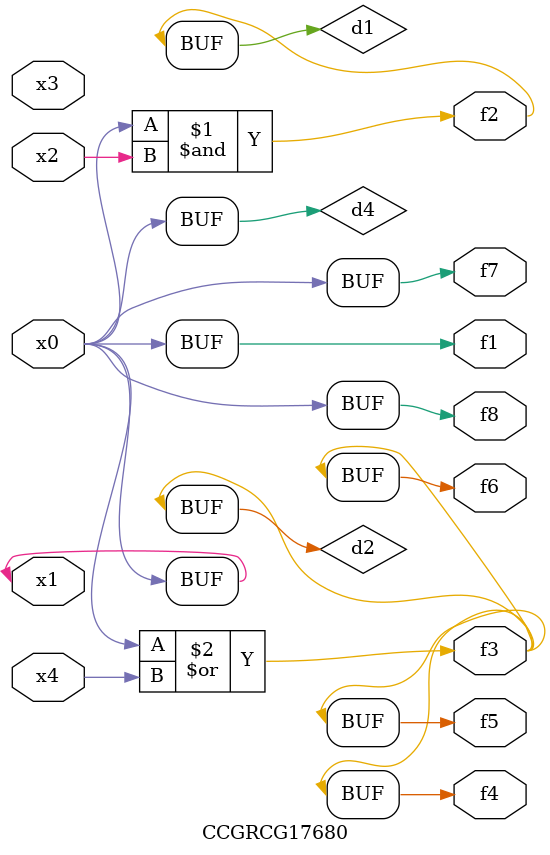
<source format=v>
module CCGRCG17680(
	input x0, x1, x2, x3, x4,
	output f1, f2, f3, f4, f5, f6, f7, f8
);

	wire d1, d2, d3, d4;

	and (d1, x0, x2);
	or (d2, x0, x4);
	nand (d3, x0, x2);
	buf (d4, x0, x1);
	assign f1 = d4;
	assign f2 = d1;
	assign f3 = d2;
	assign f4 = d2;
	assign f5 = d2;
	assign f6 = d2;
	assign f7 = d4;
	assign f8 = d4;
endmodule

</source>
